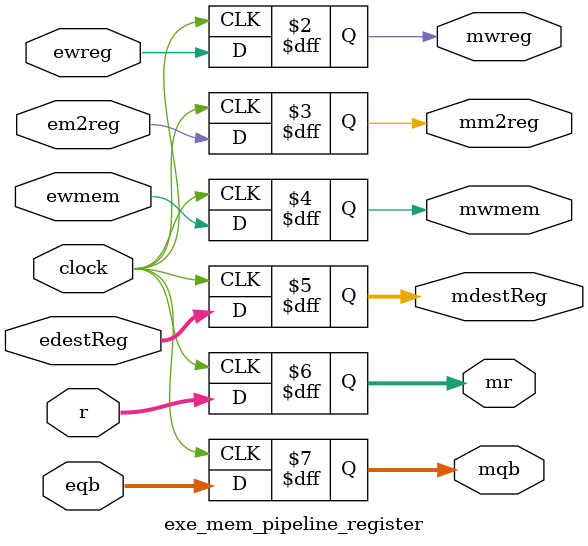
<source format=v>
`timescale 1ns / 1ps


module exe_mem_pipeline_register(
    input wire ewreg,
    input wire em2reg,
    input wire ewmem,
    input wire [4:0] edestReg,
    input wire [31:0] r,
    input wire [31:0] eqb,
    input wire clock,
    output reg mwreg,
    output reg mm2reg,
    output reg mwmem,
    output reg [4:0] mdestReg,
    output reg [31:0] mr,
    output reg [31:0] mqb
    );
    always @ (posedge clock) begin 
        mwreg <= ewreg; 
        mm2reg <= em2reg;
        mwmem <= ewmem;
        mdestReg <= edestReg;
        mr <= r;
        mqb <= eqb;
    end
endmodule

</source>
